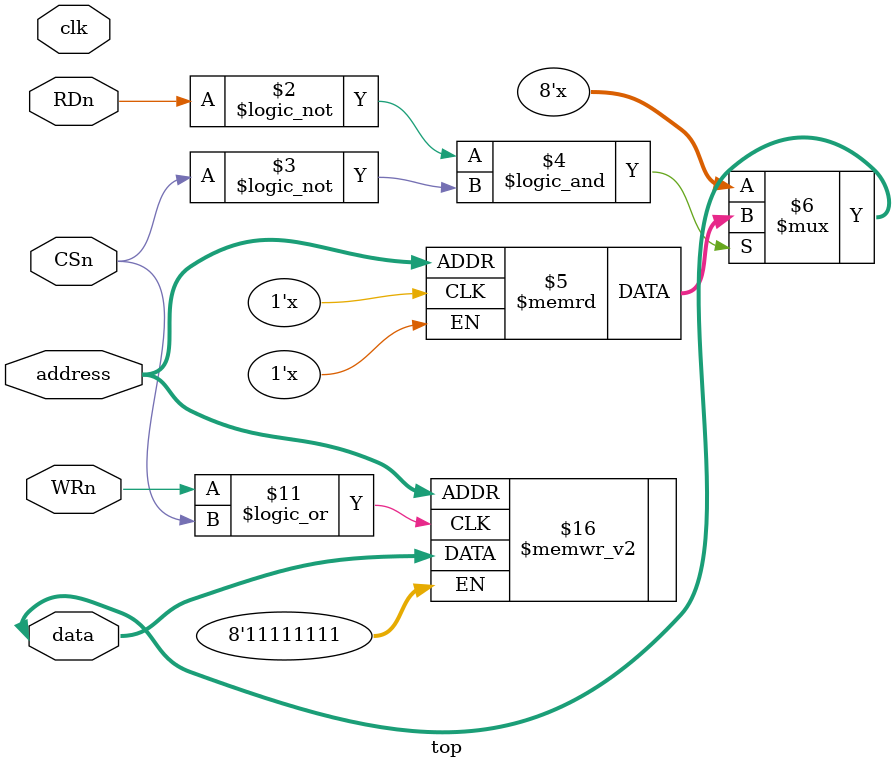
<source format=v>

/*
// #WR #RD, no #CS, no address
module top (
    input clk,
    input WRn,
    input RDn,
    inout wire [7:0] data
);

reg [7:0] dataBuffer = 8'hAA;
assign data = !RDn ? dataBuffer : 8'bZ; // tri-state
always @(negedge WRn) dataBuffer <= data;


always @(posedge clk) begin
    // 
end
endmodule
*/
/*
// #WR #RD, no #CS, 2 bit address
module top (
    input clk,
    input WRn,
    input RDn,
    input [1:0] address,
    inout wire [7:0] data
);

reg [7:0] dataBuffer[4];
assign data = !RDn ? dataBuffer[address] : 8'bZ; // tri-state
always @(negedge WRn) dataBuffer[address] <= data;


always @(posedge clk) begin
    // 
end
endmodule
*/
// #WR #RD #CS, 2 bit address
module top (
    input clk,
    input CSn,
    input WRn,
    input RDn,
    input [1:0] address,
    inout wire [7:0] data
);

reg [7:0] dataBuffer[4];
assign data = (!RDn && !CSn) ? dataBuffer[address] : 8'bZ; // tri-state
always @(negedge (WRn || CSn)) dataBuffer[address] <= data;


always @(posedge clk) begin
    // 
end
endmodule
</source>
